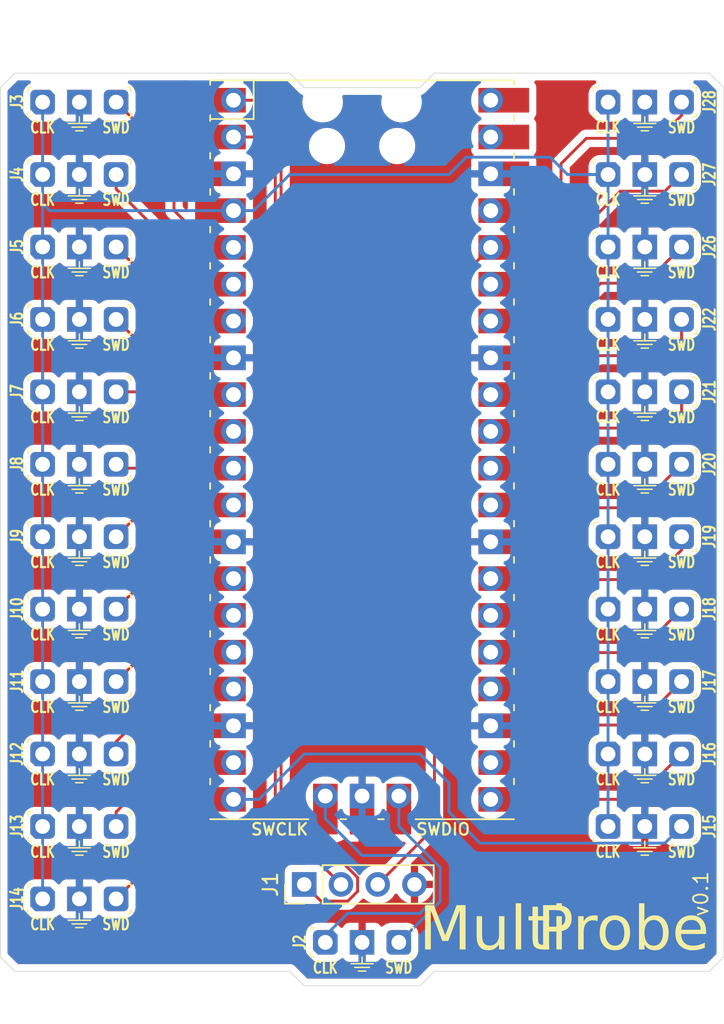
<source format=kicad_pcb>
(kicad_pcb (version 20240108) (generator "pcbnew") (generator_version "8.0")
  (layers (0 "F.Cu" signal) (31 "B.Cu" signal) (34 "B.Paste" user) (35 "F.Paste" user) (36 "B.SilkS" user "B.Silkscreen") (37 "F.SilkS" user "F.Silkscreen") (38 "B.Mask" user) (39 "F.Mask" user) (44 "Edge.Cuts" user))
  (net 0 "")
  (net 1 "+3V3")
  (net 2 "/OLED_I2C_SCL")
  (net 3 "/OLED_I2C_SDA")
  (net 4 "GND")
  (net 5 "Net-(J2-Pin_3)")
  (net 6 "Net-(J2-Pin_1)")
  (net 7 "/SWDIO3")
  (net 8 "/SWDCLK")
  (net 9 "/SWDIO4")
  (net 10 "/SWDIO5")
  (net 11 "/SWDIO6")
  (net 12 "/SWDIO7")
  (net 13 "/SWDIO8")
  (net 14 "/SWDIO9")
  (net 15 "/SWDIO10")
  (net 16 "/SWDIO11")
  (net 17 "/SWDIO12")
  (net 18 "/SWDIO13")
  (net 19 "/SWDIO14")
  (net 20 "/SWDIO15")
  (net 21 "/SWDIO16")
  (net 22 "/SWDIO17")
  (net 23 "/SWDIO18")
  (net 24 "/SWDIO19")
  (net 25 "/SWDIO20")
  (net 26 "/SWDIO21")
  (net 27 "/SWDIO22")
  (net 28 "/SWDIO26")
  (net 29 "/SWDIO27")
  (net 30 "/SWDIO28")
  (footprint "multiprobe:SWD" (layer "F.Cu") (at 100.46 68)
    (property "Reference" "J11" (at -4.318 0 90) (layer "F.SilkS") (effects (font (size 0.8 0.6) (thickness 0.15) (bold yes))))
    (property "Value" "SWD")
    (fp_text user "SWD" (at 2.54 1.27 0) (layer "F.SilkS") (effects (font (size 0.8 0.6) (thickness 0.15) (bold yes)) (justify top)))
    (fp_text user "CLK" (at -2.54 1.27 0) (layer "F.SilkS") (effects (font (size 0.8 0.6) (thickness 0.15) (bold yes)) (justify top)))
    (pad "1" thru_hole roundrect (at 2.54 0) (size 1.7 1.7) (drill 1.02) (layers "*.Cu" "*.Mask") (roundrect_rratio 0.2) (net 16 "/SWDIO11"))
    (pad "2" thru_hole rect (at 0 0) (size 1.7 1.7) (drill 1.02) (layers "*.Cu" "*.Mask") (net 4 "GND"))
    (pad "3" thru_hole roundrect (at -2.54 0) (size 1.7 1.7) (drill 1.02) (layers "*.Cu" "*.Mask") (roundrect_rratio 0.2) (chamfer_ratio 0.2) (chamfer top_right bottom_left) (net 8 "/SWDCLK"))
  )
  (footprint "multiprobe:SWD" (layer "F.Cu") (at 100.46 33)
    (property "Reference" "J4" (at -4.318 0 90) (layer "F.SilkS") (effects (font (size 0.8 0.6) (thickness 0.15) (bold yes))))
    (property "Value" "SWD")
    (fp_text user "CLK" (at -2.54 1.27 0) (layer "F.SilkS") (effects (font (size 0.8 0.6) (thickness 0.15) (bold yes)) (justify top)))
    (fp_text user "SWD" (at 2.54 1.27 0) (layer "F.SilkS") (effects (font (size 0.8 0.6) (thickness 0.15) (bold yes)) (justify top)))
    (pad "1" thru_hole roundrect (at 2.54 0) (size 1.7 1.7) (drill 1.02) (layers "*.Cu" "*.Mask") (roundrect_rratio 0.2) (net 9 "/SWDIO4"))
    (pad "2" thru_hole rect (at 0 0) (size 1.7 1.7) (drill 1.02) (layers "*.Cu" "*.Mask") (net 4 "GND"))
    (pad "3" thru_hole roundrect (at -2.54 0) (size 1.7 1.7) (drill 1.02) (layers "*.Cu" "*.Mask") (roundrect_rratio 0.2) (chamfer_ratio 0.2) (chamfer top_right bottom_left) (net 8 "/SWDCLK"))
  )
  (footprint "multiprobe:SWD" (layer "F.Cu") (at 100.46 58)
    (property "Reference" "J9" (at -4.318 0 90) (layer "F.SilkS") (effects (font (size 0.8 0.6) (thickness 0.15) (bold yes))))
    (property "Value" "SWD")
    (fp_text user "CLK" (at -2.54 1.27 0) (layer "F.SilkS") (effects (font (size 0.8 0.6) (thickness 0.15) (bold yes)) (justify top)))
    (fp_text user "SWD" (at 2.54 1.27 0) (layer "F.SilkS") (effects (font (size 0.8 0.6) (thickness 0.15) (bold yes)) (justify top)))
    (pad "1" thru_hole roundrect (at 2.54 0) (size 1.7 1.7) (drill 1.02) (layers "*.Cu" "*.Mask") (roundrect_rratio 0.2) (net 14 "/SWDIO9"))
    (pad "2" thru_hole rect (at 0 0) (size 1.7 1.7) (drill 1.02) (layers "*.Cu" "*.Mask") (net 4 "GND"))
    (pad "3" thru_hole roundrect (at -2.54 0) (size 1.7 1.7) (drill 1.02) (layers "*.Cu" "*.Mask") (roundrect_rratio 0.2) (chamfer_ratio 0.2) (chamfer top_right bottom_left) (net 8 "/SWDCLK"))
  )
  (footprint "multiprobe:SWD" (layer "F.Cu") (at 139.54 58)
    (property "Reference" "J19" (at 4.46 0 90) (layer "F.SilkS") (effects (font (size 0.8 0.6) (thickness 0.15) (bold yes))))
    (property "Value" "SWD")
    (fp_text user "CLK" (at -2.54 1.27 0) (layer "F.SilkS") (effects (font (size 0.8 0.6) (thickness 0.15) (bold yes)) (justify top)))
    (fp_text user "SWD" (at 2.54 1.27 0) (layer "F.SilkS") (effects (font (size 0.8 0.6) (thickness 0.15) (bold yes)) (justify top)))
    (pad "1" thru_hole roundrect (at 2.54 0) (size 1.7 1.7) (drill 1.02) (layers "*.Cu" "*.Mask") (roundrect_rratio 0.2) (net 24 "/SWDIO19"))
    (pad "2" thru_hole rect (at 0 0) (size 1.7 1.7) (drill 1.02) (layers "*.Cu" "*.Mask") (net 4 "GND"))
    (pad "3" thru_hole roundrect (at -2.54 0) (size 1.7 1.7) (drill 1.02) (layers "*.Cu" "*.Mask") (roundrect_rratio 0.2) (chamfer_ratio 0.2) (chamfer top_right bottom_left) (net 8 "/SWDCLK"))
  )
  (footprint "multiprobe:SWD" (layer "F.Cu") (at 100.46 63)
    (property "Reference" "J10" (at -4.318 0 90) (layer "F.SilkS") (effects (font (size 0.8 0.6) (thickness 0.15) (bold yes))))
    (property "Value" "SWD")
    (fp_text user "CLK" (at -2.54 1.27 0) (layer "F.SilkS") (effects (font (size 0.8 0.6) (thickness 0.15) (bold yes)) (justify top)))
    (fp_text user "SWD" (at 2.54 1.27 0) (layer "F.SilkS") (effects (font (size 0.8 0.6) (thickness 0.15) (bold yes)) (justify top)))
    (pad "1" thru_hole roundrect (at 2.54 0) (size 1.7 1.7) (drill 1.02) (layers "*.Cu" "*.Mask") (roundrect_rratio 0.2) (net 15 "/SWDIO10"))
    (pad "2" thru_hole rect (at 0 0) (size 1.7 1.7) (drill 1.02) (layers "*.Cu" "*.Mask") (net 4 "GND"))
    (pad "3" thru_hole roundrect (at -2.54 0) (size 1.7 1.7) (drill 1.02) (layers "*.Cu" "*.Mask") (roundrect_rratio 0.2) (chamfer_ratio 0.2) (chamfer top_right bottom_left) (net 8 "/SWDCLK"))
  )
  (footprint "multiprobe:SWD" (layer "F.Cu") (at 139.54 68)
    (property "Reference" "J17" (at 4.46 0 90) (layer "F.SilkS") (effects (font (size 0.8 0.6) (thickness 0.15) (bold yes))))
    (property "Value" "SWD")
    (fp_text user "CLK" (at -2.54 1.27 0) (layer "F.SilkS") (effects (font (size 0.8 0.6) (thickness 0.15) (bold yes)) (justify top)))
    (fp_text user "SWD" (at 2.54 1.27 0) (layer "F.SilkS") (effects (font (size 0.8 0.6) (thickness 0.15) (bold yes)) (justify top)))
    (pad "1" thru_hole roundrect (at 2.54 0) (size 1.7 1.7) (drill 1.02) (layers "*.Cu" "*.Mask") (roundrect_rratio 0.2) (net 22 "/SWDIO17"))
    (pad "2" thru_hole rect (at 0 0) (size 1.7 1.7) (drill 1.02) (layers "*.Cu" "*.Mask") (net 4 "GND"))
    (pad "3" thru_hole roundrect (at -2.54 0) (size 1.7 1.7) (drill 1.02) (layers "*.Cu" "*.Mask") (roundrect_rratio 0.2) (chamfer_ratio 0.2) (chamfer top_right bottom_left) (net 8 "/SWDCLK"))
  )
  (footprint "multiprobe:SWD" (layer "F.Cu") (at 100.46 53)
    (property "Reference" "J8" (at -4.318 0 90) (layer "F.SilkS") (effects (font (size 0.8 0.6) (thickness 0.15) (bold yes))))
    (property "Value" "SWD")
    (fp_text user "SWD" (at 2.54 1.27 0) (layer "F.SilkS") (effects (font (size 0.8 0.6) (thickness 0.15) (bold yes)) (justify top)))
    (fp_text user "CLK" (at -2.54 1.27 0) (layer "F.SilkS") (effects (font (size 0.8 0.6) (thickness 0.15) (bold yes)) (justify top)))
    (pad "1" thru_hole roundrect (at 2.54 0) (size 1.7 1.7) (drill 1.02) (layers "*.Cu" "*.Mask") (roundrect_rratio 0.2) (net 13 "/SWDIO8"))
    (pad "2" thru_hole rect (at 0 0) (size 1.7 1.7) (drill 1.02) (layers "*.Cu" "*.Mask") (net 4 "GND"))
    (pad "3" thru_hole roundrect (at -2.54 0) (size 1.7 1.7) (drill 1.02) (layers "*.Cu" "*.Mask") (roundrect_rratio 0.2) (chamfer_ratio 0.2) (chamfer top_right bottom_left) (net 8 "/SWDCLK"))
  )
  (footprint "multiprobe:SWD" (layer "F.Cu") (at 139.54 38)
    (property "Reference" "J26" (at 4.46 0 90) (layer "F.SilkS") (effects (font (size 0.8 0.6) (thickness 0.15) (bold yes))))
    (property "Value" "SWD")
    (fp_text user "SWD" (at 2.54 1.27 0) (layer "F.SilkS") (effects (font (size 0.8 0.6) (thickness 0.15) (bold yes)) (justify top)))
    (fp_text user "CLK" (at -2.54 1.27 0) (layer "F.SilkS") (effects (font (size 0.8 0.6) (thickness 0.15) (bold yes)) (justify top)))
    (pad "1" thru_hole roundrect (at 2.54 0) (size 1.7 1.7) (drill 1.02) (layers "*.Cu" "*.Mask") (roundrect_rratio 0.2) (net 28 "/SWDIO26"))
    (pad "2" thru_hole rect (at 0 0) (size 1.7 1.7) (drill 1.02) (layers "*.Cu" "*.Mask") (net 4 "GND"))
    (pad "3" thru_hole roundrect (at -2.54 0) (size 1.7 1.7) (drill 1.02) (layers "*.Cu" "*.Mask") (roundrect_rratio 0.2) (chamfer_ratio 0.2) (chamfer top_right bottom_left) (net 8 "/SWDCLK"))
  )
  (footprint "multiprobe:SWD" (layer "F.Cu") (at 120 86)
    (property "Reference" "J2" (at -4.318 0 90) (layer "F.SilkS") (effects (font (size 0.8 0.6) (thickness 0.15) (bold yes))))
    (property "Value" "PROBE_SWD")
    (fp_text user "SWD" (at 2.54 1.27 0) (layer "F.SilkS") (effects (font (size 0.8 0.6) (thickness 0.15) (bold yes)) (justify top)))
    (fp_text user "CLK" (at -2.54 1.27 0) (layer "F.SilkS") (effects (font (size 0.8 0.6) (thickness 0.15) (bold yes)) (justify top)))
    (pad "1" thru_hole roundrect (at 2.54 0) (size 1.7 1.7) (drill 1.02) (layers "*.Cu" "*.Mask") (roundrect_rratio 0.2) (net 6 "Net-(J2-Pin_1)"))
    (pad "2" thru_hole rect (at 0 0) (size 1.7 1.7) (drill 1.02) (layers "*.Cu" "*.Mask") (net 4 "GND"))
    (pad "3" thru_hole roundrect (at -2.54 0) (size 1.7 1.7) (drill 1.02) (layers "*.Cu" "*.Mask") (roundrect_rratio 0.2) (chamfer_ratio 0.2) (chamfer top_right bottom_left) (net 5 "Net-(J2-Pin_3)"))
  )
  (footprint "multiprobe:SWD" (layer "F.Cu") (at 139.54 28)
    (property "Reference" "J28" (at 4.46 0 90) (layer "F.SilkS") (effects (font (size 0.8 0.6) (thickness 0.15) (bold yes))))
    (property "Value" "SWD")
    (fp_text user "CLK" (at -2.54 1.27 0) (layer "F.SilkS") (effects (font (size 0.8 0.6) (thickness 0.15) (bold yes)) (justify top)))
    (fp_text user "SWD" (at 2.54 1.27 0) (layer "F.SilkS") (effects (font (size 0.8 0.6) (thickness 0.15) (bold yes)) (justify top)))
    (pad "1" thru_hole roundrect (at 2.54 0) (size 1.7 1.7) (drill 1.02) (layers "*.Cu" "*.Mask") (roundrect_rratio 0.2) (net 30 "/SWDIO28"))
    (pad "2" thru_hole rect (at 0 0) (size 1.7 1.7) (drill 1.02) (layers "*.Cu" "*.Mask") (net 4 "GND"))
    (pad "3" thru_hole roundrect (at -2.54 0) (size 1.7 1.7) (drill 1.02) (layers "*.Cu" "*.Mask") (roundrect_rratio 0.2) (chamfer_ratio 0.2) (chamfer top_right bottom_left) (net 8 "/SWDCLK"))
  )
  (footprint "Connector_PinHeader_2.54mm:PinHeader_1x04_P2.54mm_Vertical" (layer "F.Cu") (at 116 82 90)
    (property "Reference" "J1" (at 0 -2.33 90) (layer "F.SilkS"))
    (property "Value" "Display")
    (pad "1" thru_hole rect (at 0 0 90) (size 1.7 1.7) (drill 1) (layers "*.Cu" "*.Mask") (net 3 "/OLED_I2C_SDA"))
    (pad "2" thru_hole oval (at 0 2.54 90) (size 1.7 1.7) (drill 1) (layers "*.Cu" "*.Mask") (net 2 "/OLED_I2C_SCL"))
    (pad "3" thru_hole oval (at 0 5.08 90) (size 1.7 1.7) (drill 1) (layers "*.Cu" "*.Mask") (net 1 "+3V3"))
    (pad "4" thru_hole oval (at 0 7.62 90) (size 1.7 1.7) (drill 1) (layers "*.Cu" "*.Mask") (net 4 "GND"))
  )
  (footprint "multiprobe:SWD" (layer "F.Cu") (at 100.46 28)
    (property "Reference" "J3" (at -4.318 0 90) (layer "F.SilkS") (effects (font (size 0.8 0.6) (thickness 0.15) (bold yes))))
    (property "Value" "SWD")
    (fp_text user "SWD" (at 2.54 1.27 0) (layer "F.SilkS") (effects (font (size 0.8 0.6) (thickness 0.15) (bold yes)) (justify top)))
    (fp_text user "CLK" (at -2.54 1.27 0) (layer "F.SilkS") (effects (font (size 0.8 0.6) (thickness 0.15) (bold yes)) (justify top)))
    (pad "1" thru_hole roundrect (at 2.54 0) (size 1.7 1.7) (drill 1.02) (layers "*.Cu" "*.Mask") (roundrect_rratio 0.2) (net 7 "/SWDIO3"))
    (pad "2" thru_hole rect (at 0 0) (size 1.7 1.7) (drill 1.02) (layers "*.Cu" "*.Mask") (net 4 "GND"))
    (pad "3" thru_hole roundrect (at -2.54 0) (size 1.7 1.7) (drill 1.02) (layers "*.Cu" "*.Mask") (roundrect_rratio 0.2) (chamfer_ratio 0.2) (chamfer top_right bottom_left) (net 8 "/SWDCLK"))
  )
  (footprint "multiprobe:SWD" (layer "F.Cu") (at 139.54 78)
    (property "Reference" "J15" (at 4.46 0 90) (layer "F.SilkS") (effects (font (size 0.8 0.6) (thickness 0.15) (bold yes))))
    (property "Value" "SWD")
    (fp_text user "SWD" (at 2.54 1.27 0) (layer "F.SilkS") (effects (font (size 0.8 0.6) (thickness 0.15) (bold yes)) (justify top)))
    (fp_text user "CLK" (at -2.54 1.27 0) (layer "F.SilkS") (effects (font (size 0.8 0.6) (thickness 0.15) (bold yes)) (justify top)))
    (pad "1" thru_hole roundrect (at 2.54 0) (size 1.7 1.7) (drill 1.02) (layers "*.Cu" "*.Mask") (roundrect_rratio 0.2) (net 20 "/SWDIO15"))
    (pad "2" thru_hole rect (at 0 0) (size 1.7 1.7) (drill 1.02) (layers "*.Cu" "*.Mask") (net 4 "GND"))
    (pad "3" thru_hole roundrect (at -2.54 0) (size 1.7 1.7) (drill 1.02) (layers "*.Cu" "*.Mask") (roundrect_rratio 0.2) (chamfer_ratio 0.2) (chamfer top_right bottom_left) (net 8 "/SWDCLK"))
  )
  (footprint "multiprobe:RPi_Pico_SMD_TH" (layer "F.Cu") (at 120 52)
    (property "Reference" "U1" (hide yes))
    (property "Value" "Pico")
    (fp_text user "SWCLK" (at -5.7 26.2 0) (layer "F.SilkS") (effects (font (size 0.8 0.8))))
    (fp_text user "SWDIO" (at 5.6 26.2 0) (layer "F.SilkS") (effects (font (size 0.8 0.8))))
    (pad "" np_thru_hole oval (at -2.725 -24) (size 1.8 1.8) (drill 1.8) (layers "*.Cu" "*.Mask"))
    (pad "" np_thru_hole oval (at -2.425 -20.97) (size 1.5 1.5) (drill 1.5) (layers "*.Cu" "*.Mask"))
    (pad "" np_thru_hole oval (at 2.425 -20.97) (size 1.5 1.5) (drill 1.5) (layers "*.Cu" "*.Mask"))
    (pad "" np_thru_hole oval (at 2.725 -24) (size 1.8 1.8) (drill 1.8) (layers "*.Cu" "*.Mask"))
    (pad "1" thru_hole oval (at -8.89 -24.13) (size 1.7 1.7) (drill 1.02) (layers "*.Cu" "*.Mask") (net 3 "/OLED_I2C_SDA"))
    (pad "1" smd rect (at -8.89 -24.13) (size 3.5 1.7) (drill (offset -0.9 0)) (layers "F.Cu" "F.Mask") (net 3 "/OLED_I2C_SDA"))
    (pad "2" thru_hole oval (at -8.89 -21.59) (size 1.7 1.7) (drill 1.02) (layers "*.Cu" "*.Mask") (net 2 "/OLED_I2C_SCL"))
    (pad "2" smd rect (at -8.89 -21.59) (size 3.5 1.7) (drill (offset -0.9 0)) (layers "F.Cu" "F.Mask") (net 2 "/OLED_I2C_SCL"))
    (pad "3" thru_hole rect (at -8.89 -19.05) (size 1.7 1.7) (drill 1.02) (layers "*.Cu" "*.Mask") (net 4 "GND"))
    (pad "3" smd rect (at -8.89 -19.05) (size 3.5 1.7) (drill (offset -0.9 0)) (layers "F.Cu" "F.Mask") (net 4 "GND"))
    (pad "4" thru_hole oval (at -8.89 -16.51) (size 1.7 1.7) (drill 1.02) (layers "*.Cu" "*.Mask") (net 8 "/SWDCLK"))
    (pad "4" smd rect (at -8.89 -16.51) (size 3.5 1.7) (drill (offset -0.9 0)) (layers "F.Cu" "F.Mask") (net 8 "/SWDCLK"))
    (pad "5" thru_hole oval (at -8.89 -13.97) (size 1.7 1.7) (drill 1.02) (layers "*.Cu" "*.Mask") (net 7 "/SWDIO3"))
    (pad "5" smd rect (at -8.89 -13.97) (size 3.5 1.7) (drill (offset -0.9 0)) (layers "F.Cu" "F.Mask") (net 7 "/SWDIO3"))
    (pad "6" thru_hole oval (at -8.89 -11.43) (size 1.7 1.7) (drill 1.02) (layers "*.Cu" "*.Mask") (net 9 "/SWDIO4"))
    (pad "6" smd rect (at -8.89 -11.43) (size 3.5 1.7) (drill (offset -0.9 0)) (layers "F.Cu" "F.Mask") (net 9 "/SWDIO4"))
    (pad "7" thru_hole oval (at -8.89 -8.89) (size 1.7 1.7) (drill 1.02) (layers "*.Cu" "*.Mask") (net 10 "/SWDIO5"))
    (pad "7" smd rect (at -8.89 -8.89) (size 3.5 1.7) (drill (offset -0.9 0)) (layers "F.Cu" "F.Mask") (net 10 "/SWDIO5"))
    (pad "8" thru_hole rect (at -8.89 -6.35) (size 1.7 1.7) (drill 1.02) (layers "*.Cu" "*.Mask") (net 4 "GND"))
    (pad "8" smd rect (at -8.89 -6.35) (size 3.5 1.7) (drill (offset -0.9 0)) (layers "F.Cu" "F.Mask") (net 4 "GND"))
    (pad "9" thru_hole oval (at -8.89 -3.81) (size 1.7 1.7) (drill 1.02) (layers "*.Cu" "*.Mask") (net 11 "/SWDIO6"))
    (pad "9" smd rect (at -8.89 -3.81) (size 3.5 1.7) (drill (offset -0.9 0)) (layers "F.Cu" "F.Mask") (net 11 "/SWDIO6"))
    (pad "10" thru_hole oval (at -8.89 -1.27) (size 1.7 1.7) (drill 1.02) (layers "*.Cu" "*.Mask") (net 12 "/SWDIO7"))
    (pad "10" smd rect (at -8.89 -1.27) (size 3.5 1.7) (drill (offset -0.9 0)) (layers "F.Cu" "F.Mask") (net 12 "/SWDIO7"))
    (pad "11" thru_hole oval (at -8.89 1.27) (size 1.7 1.7) (drill 1.02) (layers "*.Cu" "*.Mask") (net 13 "/SWDIO8"))
    (pad "11" smd rect (at -8.89 1.27) (size 3.5 1.7) (drill (offset -0.9 0)) (layers "F.Cu" "F.Mask") (net 13 "/SWDIO8"))
    (pad "12" thru_hole oval (at -8.89 3.81) (size 1.7 1.7) (drill 1.02) (layers "*.Cu" "*.Mask") (net 14 "/SWDIO9"))
    (pad "12" smd rect (at -8.89 3.81) (size 3.5 1.7) (drill (offset -0.9 0)) (layers "F.Cu" "F.Mask") (net 14 "/SWDIO9"))
    (pad "13" thru_hole rect (at -8.89 6.35) (size 1.7 1.7) (drill 1.02) (layers "*.Cu" "*.Mask") (net 4 "GND"))
    (pad "13" smd rect (at -8.89 6.35) (size 3.5 1.7) (drill (offset -0.9 0)) (layers "F.Cu" "F.Mask") (net 4 "GND"))
    (pad "14" thru_hole oval (at -8.89 8.89) (size 1.7 1.7) (drill 1.02) (layers "*.Cu" "*.Mask") (net 15 "/SWDIO10"))
    (pad "14" smd rect (at -8.89 8.89) (size 3.5 1.7) (drill (offset -0.9 0)) (layers "F.Cu" "F.Mask") (net 15 "/SWDIO10"))
    (pad "15" thru_hole oval (at -8.89 11.43) (size 1.7 1.7) (drill 1.02) (layers "*.Cu" "*.Mask") (net 16 "/SWDIO11"))
    (pad "15" smd rect (at -8.89 11.43) (size 3.5 1.7) (drill (offset -0.9 0)) (layers "F.Cu" "F.Mask") (net 16 "/SWDIO11"))
    (pad "16" thru_hole oval (at -8.89 13.97) (size 1.7 1.7) (drill 1.02) (layers "*.Cu" "*.Mask") (net 17 "/SWDIO12"))
    (pad "16" smd rect (at -8.89 13.97) (size 3.5 1.7) (drill (offset -0.9 0)) (layers "F.Cu" "F.Mask") (net 17 "/SWDIO12"))
    (pad "17" thru_hole oval (at -8.89 16.51) (size 1.7 1.7) (drill 1.02) (layers "*.Cu" "*.Mask") (net 18 "/SWDIO13"))
    (pad "17" smd rect (at -8.89 16.51) (size 3.5 1.7) (drill (offset -0.9 0)) (layers "F.Cu" "F.Mask") (net 18 "/SWDIO13"))
    (pad "18" thru_hole rect (at -8.89 19.05) (size 1.7 1.7) (drill 1.02) (layers "*.Cu" "*.Mask") (net 4 "GND"))
    (pad "18" smd rect (at -8.89 19.05) (size 3.5 1.7) (drill (offset -0.9 0)) (layers "F.Cu" "F.Mask") (net 4 "GND"))
    (pad "19" thru_hole oval (at -8.89 21.59) (size 1.7 1.7) (drill 1.02) (layers "*.Cu" "*.Mask") (net 19 "/SWDIO14"))
    (pad "19" smd rect (at -8.89 21.59) (size 3.5 1.7) (drill (offset -0.9 0)) (layers "F.Cu" "F.Mask") (net 19 "/SWDIO14"))
    (pad "20" thru_hole oval (at -8.89 24.13) (size 1.7 1.7) (drill 1.02) (layers "*.Cu" "*.Mask") (net 20 "/SWDIO15"))
    (pad "20" smd rect (at -8.89 24.13) (size 3.5 1.7) (drill (offset -0.9 0)) (layers "F.Cu" "F.Mask") (net 20 "/SWDIO15"))
    (pad "21" thru_hole oval (at 8.89 24.13) (size 1.7 1.7) (drill 1.02) (layers "*.Cu" "*.Mask") (net 21 "/SWDIO16"))
    (pad "21" smd rect (at 8.89 24.13) (size 3.5 1.7) (drill (offset 0.9 0)) (layers "F.Cu" "F.Mask") (net 21 "/SWDIO16"))
    (pad "22" thru_hole oval (at 8.89 21.59) (size 1.7 1.7) (drill 1.02) (layers "*.Cu" "*.Mask") (net 22 "/SWDIO17"))
    (pad "22" smd rect (at 8.89 21.59) (size 3.5 1.7) (drill (offset 0.9 0)) (layers "F.Cu" "F.Mask") (net 22 "/SWDIO17"))
    (pad "23" thru_hole rect (at 8.89 19.05) (size 1.7 1.7) (drill 1.02) (layers "*.Cu" "*.Mask") (net 4 "GND"))
    (pad "23" smd rect (at 8.89 19.05) (size 3.5 1.7) (drill (offset 0.9 0)) (layers "F.Cu" "F.Mask") (net 4 "GND"))
    (pad "24" thru_hole oval (at 8.89 16.51) (size 1.7 1.7) (drill 1.02) (layers "*.Cu" "*.Mask") (net 23 "/SWDIO18"))
    (pad "24" smd rect (at 8.89 16.51) (size 3.5 1.7) (drill (offset 0.9 0)) (layers "F.Cu" "F.Mask") (net 23 "/SWDIO18"))
    (pad "25" thru_hole oval (at 8.89 13.97) (size 1.7 1.7) (drill 1.02) (layers "*.Cu" "*.Mask") (net 24 "/SWDIO19"))
    (pad "25" smd rect (at 8.89 13.97) (size 3.5 1.7) (drill (offset 0.9 0)) (layers "F.Cu" "F.Mask") (net 24 "/SWDIO19"))
    (pad "26" thru_hole oval (at 8.89 11.43) (size 1.7 1.7) (drill 1.02) (layers "*.Cu" "*.Mask") (net 25 "/SWDIO20"))
    (pad "26" smd rect (at 8.89 11.43) (size 3.5 1.7) (drill (offset 0.9 0)) (layers "F.Cu" "F.Mask") (net 25 "/SWDIO20"))
    (pad "27" thru_hole oval (at 8.89 8.89) (size 1.7 1.7) (drill 1.02) (layers "*.Cu" "*.Mask") (net 26 "/SWDIO21"))
    (pad "27" smd rect (at 8.89 8.89) (size 3.5 1.7) (drill (offset 0.9 0)) (layers "F.Cu" "F.Mask") (net 26 "/SWDIO21"))
    (pad "28" thru_hole rect (at 8.89 6.35) (size 1.7 1.7) (drill 1.02) (layers "*.Cu" "*.Mask") (net 4 "GND"))
    (pad "28" smd rect (at 8.89 6.35) (size 3.5 1.7) (drill (offset 0.9 0)) (layers "F.Cu" "F.Mask") (net 4 "GND"))
    (pad "29" thru_hole oval (at 8.89 3.81) (size 1.7 1.7) (drill 1.02) (layers "*.Cu" "*.Mask") (net 27 "/SWDIO22"))
    (pad "29" smd rect (at 8.89 3.81) (size 3.5 1.7) (drill (offset 0.9 0)) (layers "F.Cu" "F.Mask") (net 27 "/SWDIO22"))
    (pad "30" thru_hole oval (at 8.89 1.27) (size 1.7 1.7) (drill 1.02) (layers "*.Cu" "*.Mask"))
    (pad "30" smd rect (at 8.89 1.27) (size 3.5 1.7) (drill (offset 0.9 0)) (layers "F.Cu" "F.Mask"))
    (pad "31" thru_hole oval (at 8.89 -1.27) (size 1.7 1.7) (drill 1.02) (layers "*.Cu" "*.Mask") (net 28 "/SWDIO26"))
    (pad "31" smd rect (at 8.89 -1.27) (size 3.5 1.7) (drill (offset 0.9 0)) (layers "F.Cu" "F.Mask") (net 28 "/SWDIO26"))
    (pad "32" thru_hole oval (at 8.89 -3.81) (size 1.7 1.7) (drill 1.02) (layers "*.Cu" "*.Mask") (net 29 "/SWDIO27"))
    (pad "32" smd rect (at 8.89 -3.81) (size 3.5 1.7) (drill (offset 0.9 0)) (layers "F.Cu" "F.Mask") (net 29 "/SWDIO27"))
    (pad "33" thru_hole rect (at 8.89 -6.35) (size 1.7 1.7) (drill 1.02) (layers "*.Cu" "*.Mask") (net 4 "GND"))
    (pad "33" smd rect (at 8.89 -6.35) (size 3.5 1.7) (drill (offset 0.9 0)) (layers "F.Cu" "F.Mask") (net 4 "GND"))
    (pad "34" thru_hole oval (at 8.89 -8.89) (size 1.7 1.7) (drill 1.02) (layers "*.Cu" "*.Mask") (net 30 "/SWDIO28"))
    (pad "34" smd rect (at 8.89 -8.89) (size 3.5 1.7) (drill (offset 0.9 0)) (layers "F.Cu" "F.Mask") (net 30 "/SWDIO28"))
    (pad "35" thru_hole oval (at 8.89 -11.43) (size 1.7 1.7) (drill 1.02) (layers "*.Cu" "*.Mask"))
    (pad "35" smd rect (at 8.89 -11.43) (size 3.5 1.7) (drill (offset 0.9 0)) (layers "F.Cu" "F.Mask"))
    (pad "36" thru_hole oval (at 8.89 -13.97) (size 1.7 1.7) (drill 1.02) (layers "*.Cu" "*.Mask") (net 1 "+3V3"))
    (pad "36" smd rect (at 8.89 -13.97) (size 3.5 1.7) (drill (offset 0.9 0)) (layers "F.Cu" "F.Mask") (net 1 "+3V3"))
    (pad "37" thru_hole oval (at 8.89 -16.51) (size 1.7 1.7) (drill 1.02) (layers "*.Cu" "*.Mask"))
    (pad "37" smd rect (at 8.89 -16.51) (size 3.5 1.7) (drill (offset 0.9 0)) (layers "F.Cu" "F.Mask"))
    (pad "38" thru_hole rect (at 8.89 -19.05) (size 1.7 1.7) (drill 1.02) (layers "*.Cu" "*.Mask") (net 4 "GND"))
    (pad "38" smd rect (at 8.89 -19.05) (size 3.5 1.7) (drill (offset 0.9 0)) (layers "F.Cu" "F.Mask") (net 4 "GND"))
    (pad "39" thru_hole oval (at 8.89 -21.59) (size 1.7 1.7) (drill 1.02) (layers "*.Cu" "*.Mask"))
    (pad "39" smd rect (at 8.89 -21.59) (size 3.5 1.7) (drill (offset 0.9 0)) (layers "F.Cu" "F.Mask"))
    (pad "40" thru_hole oval (at 8.89 -24.13) (size 1.7 1.7) (drill 1.02) (layers "*.Cu" "*.Mask"))
    (pad "40" smd rect (at 8.89 -24.13) (size 3.5 1.7) (drill (offset 0.9 0)) (layers "F.Cu" "F.Mask"))
    (pad "41" thru_hole oval (at -2.54 23.9) (size 1.7 1.7) (drill 1.02) (layers "*.Cu" "*.Mask") (net 5 "Net-(J2-Pin_3)"))
    (pad "41" smd rect (at -2.54 23.9 90) (size 3.5 1.7) (drill (offset -0.9 0)) (layers "F.Cu" "F.Mask") (net 5 "Net-(J2-Pin_3)"))
    (pad "42" thru_hole rect (at 0 23.9) (size 1.7 1.7) (drill 1.02) (layers "*.Cu" "*.Mask") (net 4 "GND"))
    (pad "42" smd rect (at 0 23.9 90) (size 3.5 1.7) (drill (offset -0.9 0)) (layers "F.Cu" "F.Mask") (net 4 "GND"))
    (pad "43" thru_hole oval (at 2.54 23.9) (size 1.7 1.7) (drill 1.02) (layers "*.Cu" "*.Mask") (net 6 "Net-(J2-Pin_1)"))
    (pad "43" smd rect (at 2.54 23.9 90) (size 3.5 1.7) (drill (offset -0.9 0)) (layers "F.Cu" "F.Mask") (net 6 "Net-(J2-Pin_1)"))
  )
  (footprint "multiprobe:SWD" (layer "F.Cu") (at 100.46 48)
    (property "Reference" "J7" (at -4.318 0 90) (layer "F.SilkS") (effects (font (size 0.8 0.6) (thickness 0.15) (bold yes))))
    (property "Value" "SWD")
    (fp_text user "CLK" (at -2.54 1.27 0) (layer "F.SilkS") (effects (font (size 0.8 0.6) (thickness 0.15) (bold yes)) (justify top)))
    (fp_text user "SWD" (at 2.54 1.27 0) (layer "F.SilkS") (effects (font (size 0.8 0.6) (thickness 0.15) (bold yes)) (justify top)))
    (pad "1" thru_hole roundrect (at 2.54 0) (size 1.7 1.7) (drill 1.02) (layers "*.Cu" "*.Mask") (roundrect_rratio 0.2) (net 12 "/SWDIO7"))
    (pad "2" thru_hole rect (at 0 0) (size 1.7 1.7) (drill 1.02) (layers "*.Cu" "*.Mask") (net 4 "GND"))
    (pad "3" thru_hole roundrect (at -2.54 0) (size 1.7 1.7) (drill 1.02) (layers "*.Cu" "*.Mask") (roundrect_rratio 0.2) (chamfer_ratio 0.2) (chamfer top_right bottom_left) (net 8 "/SWDCLK"))
  )
  (footprint "multiprobe:SWD" (layer "F.Cu") (at 139.54 33)
    (property "Reference" "J27" (at 4.46 0 90) (layer "F.SilkS") (effects (font (size 0.8 0.6) (thickness 0.15) (bold yes))))
    (property "Value" "SWD")
    (fp_text user "CLK" (at -2.54 1.27 0) (layer "F.SilkS") (effects (font (size 0.8 0.6) (thickness 0.15) (bold yes)) (justify top)))
    (fp_text user "SWD" (at 2.54 1.27 0) (layer "F.SilkS") (effects (font (size 0.8 0.6) (thickness 0.15) (bold yes)) (justify top)))
    (pad "1" thru_hole roundrect (at 2.54 0) (size 1.7 1.7) (drill 1.02) (layers "*.Cu" "*.Mask") (roundrect_rratio 0.2) (net 29 "/SWDIO27"))
    (pad "2" thru_hole rect (at 0 0) (size 1.7 1.7) (drill 1.02) (layers "*.Cu" "*.Mask") (net 4 "GND"))
    (pad "3" thru_hole roundrect (at -2.54 0) (size 1.7 1.7) (drill 1.02) (layers "*.Cu" "*.Mask") (roundrect_rratio 0.2) (chamfer_ratio 0.2) (chamfer top_right bottom_left) (net 8 "/SWDCLK"))
  )
  (footprint "multiprobe:SWD" (layer "F.Cu") (at 139.54 43)
    (property "Reference" "J22" (at 4.46 0 90) (layer "F.SilkS") (effects (font (size 0.8 0.6) (thickness 0.15) (bold yes))))
    (property "Value" "SWD")
    (fp_text user "CLK" (at -2.54 1.27 0) (layer "F.SilkS") (effects (font (size 0.8 0.6) (thickness 0.15) (bold yes)) (justify top)))
    (fp_text user "SWD" (at 2.54 1.27 0) (layer "F.SilkS") (effects (font (size 0.8 0.6) (thickness 0.15) (bold yes)) (justify top)))
    (pad "1" thru_hole roundrect (at 2.54 0) (size 1.7 1.7) (drill 1.02) (layers "*.Cu" "*.Mask") (roundrect_rratio 0.2) (net 27 "/SWDIO22"))
    (pad "2" thru_hole rect (at 0 0) (size 1.7 1.7) (drill 1.02) (layers "*.Cu" "*.Mask") (net 4 "GND"))
    (pad "3" thru_hole roundrect (at -2.54 0) (size 1.7 1.7) (drill 1.02) (layers "*.Cu" "*.Mask") (roundrect_rratio 0.2) (chamfer_ratio 0.2) (chamfer top_right bottom_left) (net 8 "/SWDCLK"))
  )
  (footprint "multiprobe:SWD" (layer "F.Cu") (at 139.54 73)
    (property "Reference" "J16" (at 4.46 0 90) (layer "F.SilkS") (effects (font (size 0.8 0.6) (thickness 0.15) (bold yes))))
    (property "Value" "SWD")
    (fp_text user "CLK" (at -2.54 1.27 0) (layer "F.SilkS") (effects (font (size 0.8 0.6) (thickness 0.15) (bold yes)) (justify top)))
    (fp_text user "SWD" (at 2.54 1.27 0) (layer "F.SilkS") (effects (font (size 0.8 0.6) (thickness 0.15) (bold yes)) (justify top)))
    (pad "1" thru_hole roundrect (at 2.54 0) (size 1.7 1.7) (drill 1.02) (layers "*.Cu" "*.Mask") (roundrect_rratio 0.2) (net 21 "/SWDIO16"))
    (pad "2" thru_hole rect (at 0 0) (size 1.7 1.7) (drill 1.02) (layers "*.Cu" "*.Mask") (net 4 "GND"))
    (pad "3" thru_hole roundrect (at -2.54 0) (size 1.7 1.7) (drill 1.02) (layers "*.Cu" "*.Mask") (roundrect_rratio 0.2) (chamfer_ratio 0.2) (chamfer top_right bottom_left) (net 8 "/SWDCLK"))
  )
  (footprint "multiprobe:SWD" (layer "F.Cu") (at 139.54 48)
    (property "Reference" "J21" (at 4.46 0 90) (layer "F.SilkS") (effects (font (size 0.8 0.6) (thickness 0.15) (bold yes))))
    (property "Value" "SWD")
    (fp_text user "CLK" (at -2.54 1.27 0) (layer "F.SilkS") (effects (font (size 0.8 0.6) (thickness 0.15) (bold yes)) (justify top)))
    (fp_text user "SWD" (at 2.54 1.27 0) (layer "F.SilkS") (effects (font (size 0.8 0.6) (thickness 0.15) (bold yes)) (justify top)))
    (pad "1" thru_hole roundrect (at 2.54 0) (size 1.7 1.7) (drill 1.02) (layers "*.Cu" "*.Mask") (roundrect_rratio 0.2) (net 26 "/SWDIO21"))
    (pad "2" thru_hole rect (at 0 0) (size 1.7 1.7) (drill 1.02) (layers "*.Cu" "*.Mask") (net 4 "GND"))
    (pad "3" thru_hole roundrect (at -2.54 0) (size 1.7 1.7) (drill 1.02) (layers "*.Cu" "*.Mask") (roundrect_rratio 0.2) (chamfer_ratio 0.2) (chamfer top_right bottom_left) (net 8 "/SWDCLK"))
  )
  (footprint "multiprobe:SWD" (layer "F.Cu") (at 100.46 78)
    (property "Reference" "J13" (at -4.318 0 90) (layer "F.SilkS") (effects (font (size 0.8 0.6) (thickness 0.15) (bold yes))))
    (property "Value" "SWD")
    (fp_text user "SWD" (at 2.54 1.27 0) (layer "F.SilkS") (effects (font (size 0.8 0.6) (thickness 0.15) (bold yes)) (justify top)))
    (fp_text user "CLK" (at -2.54 1.27 0) (layer "F.SilkS") (effects (font (size 0.8 0.6) (thickness 0.15) (bold yes)) (justify top)))
    (pad "1" thru_hole roundrect (at 2.54 0) (size 1.7 1.7) (drill 1.02) (layers "*.Cu" "*.Mask") (roundrect_rratio 0.2) (net 18 "/SWDIO13"))
    (pad "2" thru_hole rect (at 0 0) (size 1.7 1.7) (drill 1.02) (layers "*.Cu" "*.Mask") (net 4 "GND"))
    (pad "3" thru_hole roundrect (at -2.54 0) (size 1.7 1.7) (drill 1.02) (layers "*.Cu" "*.Mask") (roundrect_rratio 0.2) (chamfer_ratio 0.2) (chamfer top_right bottom_left) (net 8 "/SWDCLK"))
  )
  (footprint "multiprobe:SWD" (layer "F.Cu") (at 139.54 63)
    (property "Reference" "J18" (at 4.46 0 90) (layer "F.SilkS") (effects (font (size 0.8 0.6) (thickness 0.15) (bold yes))))
    (property "Value" "SWD")
    (fp_text user "SWD" (at 2.54 1.27 0) (layer "F.SilkS") (effects (font (size 0.8 0.6) (thickness 0.15) (bold yes)) (justify top)))
    (fp_text user "CLK" (at -2.54 1.27 0) (layer "F.SilkS") (effects (font (size 0.8 0.6) (thickness 0.15) (bold yes)) (justify top)))
    (pad "1" thru_hole roundrect (at 2.54 0) (size 1.7 1.7) (drill 1.02) (layers "*.Cu" "*.Mask") (roundrect_rratio 0.2) (net 23 "/SWDIO18"))
    (pad "2" thru_hole rect (at 0 0) (size 1.7 1.7) (drill 1.02) (layers "*.Cu" "*.Mask") (net 4 "GND"))
    (pad "3" thru_hole roundrect (at -2.54 0) (size 1.7 1.7) (drill 1.02) (layers "*.Cu" "*.Mask") (roundrect_rratio 0.2) (chamfer_ratio 0.2) (chamfer top_right bottom_left) (net 8 "/SWDCLK"))
  )
  (footprint "multiprobe:SWD" (layer "F.Cu") (at 100.46 38)
    (property "Reference" "J5" (at -4.318 0 90) (layer "F.SilkS") (effects (font (size 0.8 0.6) (thickness 0.15) (bold yes))))
    (property "Value" "SWD")
    (fp_text user "CLK" (at -2.54 1.27 0) (layer "F.SilkS") (effects (font (size 0.8 0.6) (thickness 0.15) (bold yes)) (justify top)))
    (fp_text user "SWD" (at 2.54 1.27 0) (layer "F.SilkS") (effects (font (size 0.8 0.6) (thickness 0.15) (bold yes)) (justify top)))
    (pad "1" thru_hole roundrect (at 2.54 0) (size 1.7 1.7) (drill 1.02) (layers "*.Cu" "*.Mask") (roundrect_rratio 0.2) (net 10 "/SWDIO5"))
    (pad "2" thru_hole rect (at 0 0) (size 1.7 1.7) (drill 1.02) (layers "*.Cu" "*.Mask") (net 4 "GND"))
    (pad "3" thru_hole roundrect (at -2.54 0) (size 1.7 1.7) (drill 1.02) (layers "*.Cu" "*.Mask") (roundrect_rratio 0.2) (chamfer_ratio 0.2) (chamfer top_right bottom_left) (net 8 "/SWDCLK"))
  )
  (footprint "multiprobe:SWD" (layer "F.Cu") (at 100.46 43)
    (property "Reference" "J6" (at -4.318 0 90) (layer "F.SilkS") (effects (font (size 0.8 0.6) (thickness 0.15) (bold yes))))
    (property "Value" "SWD")
    (fp_text user "SWD" (at 2.54 1.27 0) (layer "F.SilkS") (effects (font (size 0.8 0.6) (thickness 0.15) (bold yes)) (justify top)))
    (fp_text user "CLK" (at -2.54 1.27 0) (layer "F.SilkS") (effects (font (size 0.8 0.6) (thickness 0.15) (bold yes)) (justify top)))
    (pad "1" thru_hole roundrect (at 2.54 0) (size 1.7 1.7) (drill 1.02) (layers "*.Cu" "*.Mask") (roundrect_rratio 0.2) (net 11 "/SWDIO6"))
    (pad "2" thru_hole rect (at 0 0) (size 1.7 1.7) (drill 1.02) (layers "*.Cu" "*.Mask") (net 4 "GND"))
    (pad "3" thru_hole roundrect (at -2.54 0) (size 1.7 1.7) (drill 1.02) (layers "*.Cu" "*.Mask") (roundrect_rratio 0.2) (chamfer_ratio 0.2) (chamfer top_right bottom_left) (net 8 "/SWDCLK"))
  )
  (footprint "multiprobe:SWD" (layer "F.Cu") (at 100.46 73)
    (property "Reference" "J12" (at -4.318 0 90) (layer "F.SilkS") (effects (font (size 0.8 0.6) (thickness 0.15) (bold yes))))
    (property "Value" "SWD")
    (fp_text user "SWD" (at 2.54 1.27 0) (layer "F.SilkS") (effects (font (size 0.8 0.6) (thickness 0.15) (bold yes)) (justify top)))
    (fp_text user "CLK" (at -2.54 1.27 0) (layer "F.SilkS") (effects (font (size 0.8 0.6) (thickness 0.15) (bold yes)) (justify top)))
    (pad "1" thru_hole roundrect (at 2.54 0) (size 1.7 1.7) (drill 1.02) (layers "*.Cu" "*.Mask") (roundrect_rratio 0.2) (net 17 "/SWDIO12"))
    (pad "2" thru_hole rect (at 0 0) (size 1.7 1.7) (drill 1.02) (layers "*.Cu" "*.Mask") (net 4 "GND"))
    (pad "3" thru_hole roundrect (at -2.54 0) (size 1.7 1.7) (drill 1.02) (layers "*.Cu" "*.Mask") (roundrect_rratio 0.2) (chamfer_ratio 0.2) (chamfer top_right bottom_left) (net 8 "/SWDCLK"))
  )
  (footprint "multiprobe:SWD" (layer "F.Cu") (at 100.46 83)
    (property "Reference" "J14" (at -4.318 0 90) (layer "F.SilkS") (effects (font (size 0.8 0.6) (thickness 0.15) (bold yes))))
    (property "Value" "SWD")
    (fp_text user "SWD" (at 2.54 1.27 0) (layer "F.SilkS") (effects (font (size 0.8 0.6) (thickness 0.15) (bold yes)) (justify top)))
    (fp_text user "CLK" (at -2.54 1.27 0) (layer "F.SilkS") (effects (font (size 0.8 0.6) (thickness 0.15) (bold yes)) (justify top)))
    (pad "1" thru_hole roundrect (at 2.54 0) (size 1.7 1.7) (drill 1.02) (layers "*.Cu" "*.Mask") (roundrect_rratio 0.2) (net 19 "/SWDIO14"))
    (pad "2" thru_hole rect (at 0 0) (size 1.7 1.7) (drill 1.02) (layers "*.Cu" "*.Mask") (net 4 "GND"))
    (pad "3" thru_hole roundrect (at -2.54 0) (size 1.7 1.7) (drill 1.02) (layers "*.Cu" "*.Mask") (roundrect_rratio 0.2) (chamfer_ratio 0.2) (chamfer top_right bottom_left) (net 8 "/SWDCLK"))
  )
  (footprint "multiprobe:SWD" (layer "F.Cu") (at 139.54 53)
    (property "Reference" "J20" (at 4.46 0 90) (layer "F.SilkS") (effects (font (size 0.8 0.6) (thickness 0.15) (bold yes))))
    (property "Value" "SWD")
    (fp_text user "CLK" (at -2.54 1.27 0) (layer "F.SilkS") (effects (font (size 0.8 0.6) (thickness 0.15) (bold yes)) (justify top)))
    (fp_text user "SWD" (at 2.54 1.27 0) (layer "F.SilkS") (effects (font (size 0.8 0.6) (thickness 0.15) (bold yes)) (justify top)))
    (pad "1" thru_hole roundrect (at 2.54 0) (size 1.7 1.7) (drill 1.02) (layers "*.Cu" "*.Mask") (roundrect_rratio 0.2) (net 25 "/SWDIO20"))
    (pad "2" thru_hole rect (at 0 0) (size 1.7 1.7) (drill 1.02) (layers "*.Cu" "*.Mask") (net 4 "GND"))
    (pad "3" thru_hole roundrect (at -2.54 0) (size 1.7 1.7) (drill 1.02) (layers "*.Cu" "*.Mask") (roundrect_rratio 0.2) (chamfer_ratio 0.2) (chamfer top_right bottom_left) (net 8 "/SWDCLK"))
  )
  (gr_line (start 124 27) (end 125 26) (stroke (width 0.05)) (layer "Edge.Cuts"))
  (gr_line (start 125 26) (end 144 26) (stroke (width 0.05)) (layer "Edge.Cuts"))
  (gr_line (start 144 26) (end 145 27) (stroke (width 0.05)) (layer "Edge.Cuts"))
  (gr_line (start 115 88) (end 116 89) (stroke (width 0.05)) (layer "Edge.Cuts"))
  (gr_line (start 115 26) (end 116 27) (stroke (width 0.05)) (layer "Edge.Cuts"))
  (gr_line (start 116 89) (end 124 89) (stroke (width 0.05)) (layer "Edge.Cuts"))
  (gr_line (start 95 87) (end 96 88) (stroke (width 0.05)) (layer "Edge.Cuts"))
  (gr_line (start 145 27) (end 145 87) (stroke (width 0.05)) (layer "Edge.Cuts"))
  (gr_line (start 144 88) (end 145 87) (stroke (width 0.05)) (layer "Edge.Cuts"))
  (gr_line (start 96 88) (end 115 88) (stroke (width 0.05)) (layer "Edge.Cuts"))
  (gr_line (start 125 88) (end 144 88) (stroke (width 0.05)) (layer "Edge.Cuts"))
  (gr_line (start 116 27) (end 124 27) (stroke (width 0.05)) (layer "Edge.Cuts"))
  (gr_line (start 95 27) (end 95 87) (stroke (width 0.05)) (layer "Edge.Cuts"))
  (gr_line (start 96 26) (end 115 26) (stroke (width 0.05)) (layer "Edge.Cuts"))
  (gr_line (start 124 89) (end 125 88) (stroke (width 0.05)) (layer "Edge.Cuts"))
  (gr_line (start 96 26) (end 95 27) (stroke (width 0.05)) (layer "Edge.Cuts"))
  (gr_text "Probe" (at 144 87 0) (layer "F.SilkS") (effects (font (size 3 3) (thickness 0.1)) (justify right bottom)))
  (gr_text "v0.1" (at 144 81 90) (layer "F.SilkS") (effects (font (size 1 1) (thickness 0.125)) (justify right bottom)))
  (gr_text "Multi" (at 134.2 87 0) (layer "F.SilkS") (effects (font (size 3 3) (thickness 0.1) (italic yes)) (justify right bottom)))
  (segment (start 121.08 82) (end 125 78.08) (width 0.2) (layer "F.Cu") (net 1))
  (segment (start 125 78.08) (end 125 41.92) (width 0.2) (layer "F.Cu") (net 1))
  (segment (start 125 41.92) (end 128.89 38.03) (width 0.2) (layer "F.Cu") (net 1))
  (segment (start 113.41 30.41) (end 114 31) (width 0.2) (layer "F.Cu") (net 2))
  (segment (start 111.11 30.41) (end 113.41 30.41) (width 0.2) (layer "F.Cu") (net 2))
  (segment (start 114 31) (end 114 77.46) (width 0.2) (layer "F.Cu") (net 2))
  (segment (start 114 77.46) (end 118.54 82) (width 0.2) (layer "F.Cu") (net 2))
  (segment (start 117.15 83.15) (end 119.016346 83.15) (width 0.2) (layer "F.Cu") (net 3))
  (segment (start 119.69 81.523654) (end 117.016346 78.85) (width 0.2) (layer "F.Cu") (net 3))
  (segment (start 117.016346 78.85) (end 116.31 78.85) (width 0.2) (layer "F.Cu") (net 3))
  (segment (start 119.69 82.476346) (end 119.69 81.523654) (width 0.2) (layer "F.Cu") (net 3))
  (segment (start 116 82) (end 117.15 83.15) (width 0.2) (layer "F.Cu") (net 3))
  (segment (start 116.31 78.85) (end 114.4 76.94) (width 0.2) (layer "F.Cu") (net 3))
  (segment (start 114.4 29.4) (end 112.87 27.87) (width 0.2) (layer "F.Cu") (net 3))
  (segment (start 114.4 76.94) (end 114.4 29.4) (width 0.2) (layer "F.Cu") (net 3))
  (segment (start 112.87 27.87) (end 111.11 27.87) (width 0.2) (layer "F.Cu") (net 3))
  (segment (start 119.016346 83.15) (end 119.69 82.476346) (width 0.2) (layer "F.Cu") (net 3))
  (segment (start 124 80) (end 120 80) (width 0.2) (layer "B.Cu") (net 5))
  (segment (start 117.46 77.46) (end 117.46 75.9) (width 0.2) (layer "B.Cu") (net 5))
  (segment (start 117.46 86) (end 117.39 85.93) (width 0.2) (layer "B.Cu") (net 5))
  (segment (start 117.46 86) (end 117.46 85.54) (width 0.2) (layer "B.Cu") (net 5))
  (segment (start 117.39 75.97) (end 117.46 75.9) (width 0.2) (layer "B.Cu") (net 5))
  (segment (start 124 84) (end 125 83) (width 0.2) (layer "B.Cu") (net 5))
  (segment (start 125 81) (end 124 80) (width 0.2) (layer "B.Cu") (net 5))
  (segment (start 125 83) (end 125 81) (width 0.2) (layer "B.Cu") (net 5))
  (segment (start 120 80) (end 117.46 77.46) (width 0.2) (layer "B.Cu") (net 5))
  (segment (start 117.46 85.54) (end 119 84) (width 0.2) (layer "B.Cu") (net 5))
  (segment (start 119 84) (end 124 84) (width 0.2) (layer "B.Cu") (net 5))
  (segment (start 122.565686 86) (end 122.54 86) (width 0.2) (layer "B.Cu") (net 6))
  (segment (start 122.47 75.97) (end 122.54 75.9) (width 0.2) (layer "B.Cu") (net 6))
  (segment (start 125.4 83.165686) (end 122.565686 86) (width 0.2) (layer "B.Cu") (net 6))
  (segment (start 122.54 77.974314) (end 125.4 80.834314) (width 0.2) (layer "B.Cu") (net 6))
  (segment (start 125.4 80.834314) (end 125.4 83.165686) (width 0.2) (layer "B.Cu") (net 6))
  (segment (start 122.54 86) (end 122.47 85.93) (width 0.2) (layer "B.Cu") (net 6))
  (segment (start 122.54 75.9) (end 122.54 77.974314) (width 0.2) (layer "B.Cu") (net 6))
  (segment (start 111.11 38.03) (end 109.55 38.03) (width 0.2) (layer "F.Cu") (net 7))
  (segment (start 107 35.48) (end 107 32) (width 0.2) (layer "F.Cu") (net 7))
  (segment (start 107 32) (end 103 28) (width 0.2) (layer "F.Cu") (net 7))
  (segment (start 109.55 38.03) (end 107 35.48) (width 0.2) (layer "F.Cu") (net 7))
  (segment (start 136 33) (end 134.2 33) (width 0.2) (layer "B.Cu") (net 8))
  (segment (start 97.92 35) (end 97.92 28) (width 0.2) (layer "B.Cu") (net 8))
  (segment (start 136 33) (end 137 33) (width 0.2) (layer "B.Cu") (net 8))
  (segment (start 112.51 35.49) (end 115 33) (width 0.2) (layer "B.Cu") (net 8))
  (segment (start 134.2 33) (end 133 31.8) (width 0.2) (layer "B.Cu") (net 8))
  (segment (start 111.11 35.49) (end 112.51 35.49) (width 0.2) (layer "B.Cu") (net 8))
  (segment (start 111.11 35.49) (end 98.41 35.49) (width 0.2) (layer "B.Cu") (net 8))
  (segment (start 126 33) (end 127.2 31.8) (width 0.2) (layer "B.Cu") (net 8))
  (segment (start 127.2 31.8) (end 133 31.8) (width 0.2) (layer "B.Cu") (net 8))
  (segment (start 137 78) (end 137 31) (width 0.2) (layer "B.Cu") (net 8))
  (segment (start 115 33) (end 126 33) (width 0.2) (layer "B.Cu") (net 8))
  (segment (start 137 30) (end 137 28) (width 0.2) (layer "B.Cu") (net 8))
  (segment (start 137 31) (end 137 30) (width 0.2) (layer "B.Cu") (net 8))
  (segment (start 98.41 35.49) (end 97.92 35) (width 0.2) (layer "B.Cu") (net 8))
  (segment (start 135.2 33) (end 136 33) (width 0.2) (layer "B.Cu") (net 8))
  (segment (start 97.92 83) (end 97.92 35) (width 0.2) (layer "B.Cu") (net 8))
  (segment (start 103 34) (end 103 33) (width 0.2) (layer "F.Cu") (net 9))
  (segment (start 109.57 40.57) (end 103 34) (width 0.2) (layer "F.Cu") (net 9))
  (segment (start 111.11 40.57) (end 109.57 40.57) (width 0.2) (layer "F.Cu") (net 9))
  (segment (start 108.11 43.11) (end 103 38) (width 0.2) (layer "F.Cu") (net 10))
  (segment (start 111.11 43.11) (end 108.11 43.11) (width 0.2) (layer "F.Cu") (net 10))
  (segment (start 108.19 48.19) (end 103 43) (width 0.2) (layer "F.Cu") (net 11))
  (segment (start 111.11 48.19) (end 108.19 48.19) (width 0.2) (layer "F.Cu") (net 11))
  (segment (start 106.54 48) (end 103 48) (width 0.2) (layer "F.Cu") (net 12))
  (segment (start 111.11 50.73) (end 109.27 50.73) (width 0.2) (layer "F.Cu") (net 12))
  (segment (start 109.27 50.73) (end 106.54 48) (width 0.2) (layer "F.Cu") (net 12))
  (segment (start 103.27 53.27) (end 103 53) (width 0.2) (layer "F.Cu") (net 13))
  (segment (start 111.11 53.27) (end 103.27 53.27) (width 0.2) (layer "F.Cu") (net 13))
  (segment (start 105.19 55.81) (end 111.11 55.81) (width 0.2) (layer "F.Cu") (net 14))
  (segment (start 103 58) (end 105.19 55.81) (width 0.2) (layer "F.Cu") (net 14))
  (segment (start 103 63) (end 105.11 60.89) (width 0.2) (layer "F.Cu") (net 15))
  (segment (start 105.11 60.89) (end 111.11 60.89) (width 0.2) (layer "F.Cu") (net 15))
  (segment (start 107.57 63.43) (end 111.11 63.43) (width 0.2) (layer "F.Cu") (net 16))
  (segment (start 103 68) (end 107.57 63.43) (width 0.2) (layer "F.Cu") (net 16))
  (segment (start 109.18 65.97) (end 111.11 65.97) (width 0.2) (layer "F.Cu") (net 17))
  (segment (start 103 72.15) (end 109.18 65.97) (width 0.2) (layer "F.Cu") (net 17))
  (segment (start 103 73) (end 103 72.15) (width 0.2) (layer "F.Cu") (net 17))
  (segment (start 106 72.06) (end 109.55 68.51) (width 0.2) (layer "F.Cu") (net 18))
  (segment (start 106 74) (end 106 72.06) (width 0.2) (layer "F.Cu") (net 18))
  (segment (start 109.55 68.51) (end 111.11 68.51) (width 0.2) (layer "F.Cu") (net 18))
  (segment (start 103 78) (end 103 77) (width 0.2) (layer "F.Cu") (net 18))
  (segment (start 103 77) (end 106 74) (width 0.2) (layer "F.Cu") (net 18))
  (segment (start 109.55 73.59) (end 111.11 73.59) (width 0.2) (layer "F.Cu") (net 19))
  (segment (start 103 83) (end 107 79) (width 0.2) (layer "F.Cu") (net 19))
  (segment (start 107 76.14) (end 109.55 73.59) (width 0.2) (layer "F.Cu") (net 19))
  (segment (start 107 79) (end 107 76.14) (width 0.2) (layer "F.Cu") (net 19))
  (segment (start 140.93 79.15) (end 142.08 78) (width 0.2) (layer "B.Cu") (net 20))
  (segment (start 116 73) (end 124 73) (width 0.2) (layer "B.Cu") (net 20))
  (segment (start 126 77) (end 128.15 79.15) (width 0.2) (layer "B.Cu") (net 20))
  (segment (start 112.87 76.13) (end 116 73) (width 0.2) (layer "B.Cu") (net 20))
  (segment (start 111.11 76.13) (end 112.87 76.13) (width 0.2) (layer "B.Cu") (net 20))
  (segment (start 124 73) (end 126 75) (width 0.2) (layer "B.Cu") (net 20))
  (segment (start 128.15 79.15) (end 140.93 79.15) (width 0.2) (layer "B.Cu") (net 20))
  (segment (start 126 75) (end 126 77) (width 0.2) (layer "B.Cu") (net 20))
  (segment (start 128.89 76.13) (end 138.95 76.13) (width 0.2) (layer "F.Cu") (net 21))
  (segment (start 138.95 76.13) (end 142.08 73) (width 0.2) (layer "F.Cu") (net 21))
  (segment (start 128.89 73.59) (end 131.41 73.59) (width 0.2) (layer "F.Cu") (net 22))
  (segment (start 139.08 71) (end 142.08 68) (width 0.2) (layer "F.Cu") (net 22))
  (segment (start 134 71) (end 139.08 71) (width 0.2) (layer "F.Cu") (net 22))
  (segment (start 131.41 73.59) (end 134 71) (width 0.2) (layer "F.Cu") (net 22))
  (segment (start 128.89 68.51) (end 131.49 68.51) (width 0.2) (layer "F.Cu") (net 23))
  (segment (start 134 66) (end 139.08 66) (width 0.2) (layer "F.Cu") (net 23))
  (segment (start 131.49 68.51) (end 134 66) (width 0.2) (layer "F.Cu") (net 23))
  (segment (start 139.08 66) (end 142.08 63) (width 0.2) (layer "F.Cu") (net 23))
  (segment (start 135.46 60.96) (end 140.04 60.96) (width 0.2) (layer "F.Cu") (net 24))
  (segment (start 134.46 61.96) (end 135.46 60.96) (width 0.2) (layer "F.Cu") (net 24))
  (segment (start 128.89 65.97) (end 132.03 65.97) (width 0.2) (layer "F.Cu") (net 24))
  (segment (start 140.04 60.96) (end 142.08 58.92) (width 0.2) (layer "F.Cu") (net 24))
  (segment (start 142.08 58.92) (end 142.08 58) (width 0.2) (layer "F.Cu") (net 24))
  (segment (start 134.46 63.54) (end 134.46 61.96) (width 0.2) (layer "F.Cu") (net 24))
  (segment (start 132.03 65.97) (end 134.46 63.54) (width 0.2) (layer "F.Cu") (net 24))
  (segment (start 139.08 56) (end 142.08 53) (width 0.2) (layer "F.Cu") (net 25))
  (segment (start 136 56) (end 139.08 56) (width 0.2) (layer "F.Cu") (net 25))
  (segment (start 128.89 63.43) (end 132.424314 63.43) (width 0.2) (layer "F.Cu") (net 25))
  (segment (start 135 60.854314) (end 135 57) (width 0.2) (layer "F.Cu") (net 25))
  (segment (start 132.424314 63.43) (end 135 60.854314) (width 0.2) (layer "F.Cu") (net 25))
  (segment (start 135 57) (end 136 56) (width 0.2) (layer "F.Cu") (net 25))
  (segment (start 131.61 60.89) (end 132.5 60) (width 0.2) (layer "F.Cu") (net 26))
  (segment (start 128.89 60.89) (end 131.61 60.89) (width 0.2) (layer "F.Cu") (net 26))
  (segment (start 135.5 50.5) (end 141.5 50.5) (width 0.2) (layer "F.Cu") (net 26))
  (segment (start 132.5 60) (end 132.5 53.5) (width 0.2) (layer "F.Cu") (net 26))
  (segment (start 142.08 49.92) (end 142.08 48) (width 0.2) (layer "F.Cu") (net 26))
  (segment (start 132.5 53.5) (end 135.5 50.5) (width 0.2) (layer "F.Cu") (net 26))
  (segment (start 141.5 50.5) (end 142.08 49.92) (width 0.2) (layer "F.Cu") (net 26))
  (segment (start 136.245686 45.5) (end 141 45.5) (width 0.2) (layer "F.Cu") (net 27))
  (segment (start 132 55) (end 132 49.745686) (width 0.2) (layer "F.Cu") (net 27))
  (segment (start 131.19 55.81) (end 132 55) (width 0.2) (layer "F.Cu") (net 27))
  (segment (start 141 45.5) (end 142.08 44.42) (width 0.2) (layer "F.Cu") (net 27))
  (segment (start 132 49.745686) (end 136.245686 45.5) (width 0.2) (layer "F.Cu") (net 27))
  (segment (start 128.89 55.81) (end 131.19 55.81) (width 0.2) (layer "F.Cu") (net 27))
  (segment (start 142.08 44.42) (end 142.08 43) (width 0.2) (layer "F.Cu") (net 27))
  (segment (start 136.5 40.5) (end 139.58 40.5) (width 0.2) (layer "F.Cu") (net 28))
  (segment (start 128.89 50.73) (end 130.45 50.73) (width 0.2) (layer "F.Cu") (net 28))
  (segment (start 134.59 46.59) (end 134.59 42.41) (width 0.2) (layer "F.Cu") (net 28))
  (segment (start 130.45 50.73) (end 134.59 46.59) (width 0.2) (layer "F.Cu") (net 28))
  (segment (start 139.58 40.5) (end 142.08 38) (width 0.2) (layer "F.Cu") (net 28))
  (segment (start 134.59 42.41) (end 136.5 40.5) (width 0.2) (layer "F.Cu") (net 28))
  (segment (start 137.85 34.15) (end 140.93 34.15) (width 0.2) (layer "F.Cu") (net 29))
  (segment (start 140.93 34.15) (end 142.08 33) (width 0.2) (layer "F.Cu") (net 29))
  (segment (start 132.31 48.19) (end 134 46.5) (width 0.2) (layer "F.Cu") (net 29))
  (segment (start 134 38) (end 137.85 34.15) (width 0.2) (layer "F.Cu") (net 29))
  (segment (start 128.89 48.19) (end 132.31 48.19) (width 0.2) (layer "F.Cu") (net 29))
  (segment (start 134 46.5) (end 134 38) (width 0.2) (layer "F.Cu") (net 29))
  (segment (start 132 41.56) (end 130.45 43.11) (width 0.2) (layer "F.Cu") (net 30))
  (segment (start 130.45 43.11) (end 128.89 43.11) (width 0.2) (layer "F.Cu") (net 30))
  (segment (start 132 36.5) (end 133.75 34.75) (width 0.2) (layer "F.Cu") (net 30))
  (segment (start 135.5 30.5) (end 133.75 32.25) (width 0.2) (layer "F.Cu") (net 30))
  (segment (start 133.75 34.75) (end 133.75 32.25) (width 0.2) (layer "F.Cu") (net 30))
  (segment (start 140.5 30.5) (end 135.5 30.5) (width 0.2) (layer "F.Cu") (net 30))
  (segment (start 142.08 28) (end 142.08 28.92) (width 0.2) (layer "F.Cu") (net 30))
  (segment (start 142.08 28.92) (end 140.5 30.5) (width 0.2) (layer "F.Cu") (net 30))
  (segment (start 132 36.5) (end 132 41.56) (width 0.2) (layer "F.Cu") (net 30))
  (zone (net 4) (net_name "GND") (layers "F&B.Cu") (connect_pads (clearance 0.5)) (min_thickness 0.25) (fill yes (thermal_gap 0.5) (thermal_bridge_width 0.5))
    (polygon (pts (xy 145 26) (xy 95 26) (xy 95 89) (xy 145 89)))
  )
)
</source>
